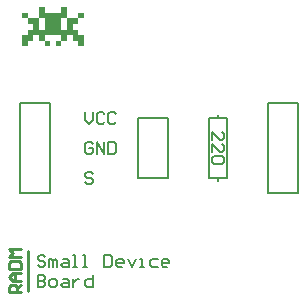
<source format=gbr>
%TF.GenerationSoftware,Altium Limited,Altium Designer,21.8.1 (53)*%
G04 Layer_Color=65535*
%FSLAX43Y43*%
%MOMM*%
%TF.SameCoordinates,A6AE4B2E-CBDB-4FE6-9ABE-5E998AE3B91F*%
%TF.FilePolarity,Positive*%
%TF.FileFunction,Legend,Top*%
%TF.Part,Single*%
G01*
G75*
%TA.AperFunction,NonConductor*%
%ADD11C,0.254*%
%ADD19C,0.200*%
%ADD25C,0.240*%
G36*
X5686Y23901D02*
X6634D01*
Y23427D01*
X6160D01*
Y22953D01*
X6634D01*
Y22479D01*
X7108D01*
Y21530D01*
X6634D01*
Y22005D01*
X6160D01*
Y22479D01*
X5686D01*
Y22005D01*
X5211D01*
Y22479D01*
X3789D01*
Y22005D01*
X4263D01*
Y21530D01*
X3789D01*
Y22005D01*
X3315D01*
Y22479D01*
X2841D01*
Y22005D01*
X2367D01*
Y21530D01*
X1892D01*
Y22479D01*
X2367D01*
Y22953D01*
X2841D01*
Y23427D01*
X2367D01*
Y23901D01*
X1892D01*
Y24375D01*
X2367D01*
Y23901D01*
X3315D01*
Y22953D01*
X3789D01*
Y23901D01*
X3315D01*
Y24005D01*
Y24010D01*
Y24849D01*
X3789D01*
Y24375D01*
X5211D01*
Y24849D01*
X5686D01*
Y23901D01*
D02*
G37*
G36*
X7108D02*
X6634D01*
Y24375D01*
X7108D01*
Y23901D01*
D02*
G37*
G36*
X5211Y21945D02*
Y21940D01*
Y21530D01*
X4737D01*
Y22005D01*
X5211D01*
Y21945D01*
D02*
G37*
%LPC*%
G36*
X5686Y23901D02*
X5211D01*
Y22953D01*
X5686D01*
Y23901D01*
D02*
G37*
%LPD*%
D11*
X2429Y826D02*
Y4254D01*
D19*
X1730Y9110D02*
Y16730D01*
Y9110D02*
X4270D01*
Y16730D01*
X1730D02*
X4270D01*
X11730Y10355D02*
X14270D01*
X11730D02*
Y15435D01*
X14270D01*
Y10355D02*
Y15435D01*
X22730Y16730D02*
X25270D01*
Y9110D02*
Y16730D01*
X22730Y9110D02*
X25270D01*
X22730D02*
Y16730D01*
X18500Y15460D02*
X19262D01*
Y10380D02*
Y15460D01*
X17738Y10380D02*
X19262D01*
X17738D02*
Y15460D01*
X18500D01*
Y10151D02*
Y10380D01*
Y15460D02*
Y15689D01*
X3866Y3713D02*
X3700Y3880D01*
X3367D01*
X3200Y3713D01*
Y3546D01*
X3367Y3380D01*
X3700D01*
X3866Y3213D01*
Y3047D01*
X3700Y2880D01*
X3367D01*
X3200Y3047D01*
X4200Y2880D02*
Y3546D01*
X4366D01*
X4533Y3380D01*
Y2880D01*
Y3380D01*
X4700Y3546D01*
X4866Y3380D01*
Y2880D01*
X5366Y3546D02*
X5699D01*
X5866Y3380D01*
Y2880D01*
X5366D01*
X5199Y3047D01*
X5366Y3213D01*
X5866D01*
X6199Y2880D02*
X6532D01*
X6366D01*
Y3880D01*
X6199D01*
X7032Y2880D02*
X7365D01*
X7199D01*
Y3880D01*
X7032D01*
X8865D02*
Y2880D01*
X9365D01*
X9531Y3047D01*
Y3713D01*
X9365Y3880D01*
X8865D01*
X10364Y2880D02*
X10031D01*
X9865Y3047D01*
Y3380D01*
X10031Y3546D01*
X10364D01*
X10531Y3380D01*
Y3213D01*
X9865D01*
X10864Y3546D02*
X11197Y2880D01*
X11531Y3546D01*
X11864Y2880D02*
X12197D01*
X12030D01*
Y3546D01*
X11864D01*
X13363D02*
X12864D01*
X12697Y3380D01*
Y3047D01*
X12864Y2880D01*
X13363D01*
X14196D02*
X13863D01*
X13697Y3047D01*
Y3380D01*
X13863Y3546D01*
X14196D01*
X14363Y3380D01*
Y3213D01*
X13697D01*
X3200Y2200D02*
Y1200D01*
X3700D01*
X3866Y1367D01*
Y1534D01*
X3700Y1700D01*
X3200D01*
X3700D01*
X3866Y1867D01*
Y2033D01*
X3700Y2200D01*
X3200D01*
X4366Y1200D02*
X4700D01*
X4866Y1367D01*
Y1700D01*
X4700Y1867D01*
X4366D01*
X4200Y1700D01*
Y1367D01*
X4366Y1200D01*
X5366Y1867D02*
X5699D01*
X5866Y1700D01*
Y1200D01*
X5366D01*
X5199Y1367D01*
X5366Y1534D01*
X5866D01*
X6199Y1867D02*
Y1200D01*
Y1534D01*
X6366Y1700D01*
X6532Y1867D01*
X6699D01*
X7865Y2200D02*
Y1200D01*
X7365D01*
X7199Y1367D01*
Y1700D01*
X7365Y1867D01*
X7865D01*
X7200Y15960D02*
Y15293D01*
X7533Y14960D01*
X7866Y15293D01*
Y15960D01*
X8866Y15793D02*
X8700Y15960D01*
X8366D01*
X8200Y15793D01*
Y15127D01*
X8366Y14960D01*
X8700D01*
X8866Y15127D01*
X9866Y15793D02*
X9699Y15960D01*
X9366D01*
X9199Y15793D01*
Y15127D01*
X9366Y14960D01*
X9699D01*
X9866Y15127D01*
X18000Y13586D02*
Y14253D01*
X18667Y13586D01*
X18833D01*
X19000Y13753D01*
Y14086D01*
X18833Y14253D01*
X18000Y12587D02*
Y13253D01*
X18667Y12587D01*
X18833D01*
X19000Y12753D01*
Y13087D01*
X18833Y13253D01*
Y12254D02*
X19000Y12087D01*
Y11754D01*
X18833Y11587D01*
X18167D01*
X18000Y11754D01*
Y12087D01*
X18167Y12254D01*
X18833D01*
X7866Y13253D02*
X7700Y13420D01*
X7367D01*
X7200Y13253D01*
Y12587D01*
X7367Y12420D01*
X7700D01*
X7866Y12587D01*
Y12920D01*
X7533D01*
X8200Y12420D02*
Y13420D01*
X8866Y12420D01*
Y13420D01*
X9199D02*
Y12420D01*
X9699D01*
X9866Y12587D01*
Y13253D01*
X9699Y13420D01*
X9199D01*
X7866Y10713D02*
X7700Y10880D01*
X7367D01*
X7200Y10713D01*
Y10547D01*
X7367Y10380D01*
X7700D01*
X7866Y10213D01*
Y10047D01*
X7700Y9880D01*
X7367D01*
X7200Y10047D01*
D25*
X1760Y707D02*
X760D01*
Y1207D01*
X927Y1374D01*
X1260D01*
X1427Y1207D01*
Y707D01*
Y1040D02*
X1760Y1374D01*
Y1707D02*
X1094D01*
X760Y2040D01*
X1094Y2373D01*
X1760D01*
X1260D01*
Y1707D01*
X760Y2707D02*
X1760D01*
Y3206D01*
X1593Y3373D01*
X927D01*
X760Y3206D01*
Y2707D01*
X1760Y3706D02*
X760D01*
X1094Y4040D01*
X760Y4373D01*
X1760D01*
%TF.MD5,428e32e6b71fd2bab0cb5c772c0c6b8a*%
M02*

</source>
